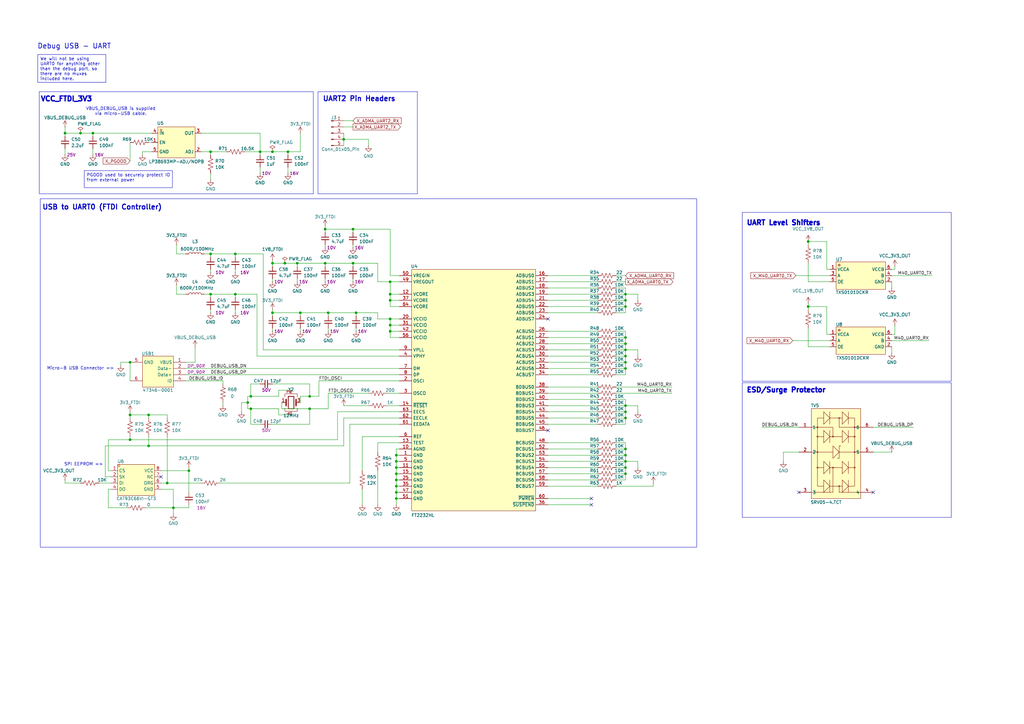
<source format=kicad_sch>
(kicad_sch (version 20250114) (generator "eeschema") (generator_version "9.0")
  (paper "A3")
  (rectangle (start 304.419 156.972) (end 390.144 212.217))
  (rectangle (start 16.51 81.534) (end 285.75 224.409))
  (rectangle (start 16.129 37.592) (end 128.524 79.502))
  (rectangle (start 130.429 37.592) (end 171.196 79.502))
  (rectangle (start 304.419 87.122) (end 390.144 156.337))
  (text "ESD/Surge Protector" (at 306.07 161.29 0) (effects (font (size 2.032 2.032) (thickness 0.6) (bold yes)) (justify left bottom)))
  (text "UART Level Shifters" (at 306.07 92.71 0) (effects (font (size 2.032 2.032) (thickness 0.6) (bold yes)) (justify left bottom)))
  (text "Micro-B USB Connector =>" (at 33.02 151.13 0) (effects (font (size 1.27 1.27))))
  (text "UART2 Pin Headers" (at 147.32 40.64 0) (effects (font (size 2.032 2.032) (thickness 0.4064) (bold yes))))
  (text "VCC_FTDI_3V3" (at 16.51 41.91 0) (effects (font (size 2.032 2.032) (thickness 0.6) (bold yes)) (justify left bottom)))
  (text "VBUS_DEBUG_USB is supplied\nvia micro-USB cable." (at 49.53 45.72 0) (effects (font (size 1.27 1.27))))
  (text "SPI EEPROM =>" (at 34.29 190.5 0) (effects (font (size 1.27 1.27))))
  (text "Debug USB - UART" (at 30.48 19.05 0) (effects (font (size 2.032 2.032) (thickness 0.254) (bold yes))))
  (text "USB to UART0 (FTDI Controller)" (at 41.91 85.09 0) (effects (font (size 2.032 2.032) (thickness 0.4064) (bold yes))))
  (text_box "PGOOD used to securely protect IO from external power" (at 34.544 69.977 0) (size 36.195 6.985) (margins 0.9525 0.9525 0.9525 0.9525) (effects (font (size 1.27 1.27)) (justify left top)))
  (text_box "We will not be using UART0 for anything other than the debug port, so there are no muxes included here." (at 15.494 22.352 0) (size 27.94 11.43) (margins 0.9525 0.9525 0.9525 0.9525) (effects (font (size 1.27 1.27)) (justify left top)))
  (junction (at 256.54 120.65))
  (junction (at 53.34 148.59))
  (junction (at 123.19 128.27))
  (junction (at 86.36 104.14))
  (junction (at 162.56 194.31))
  (junction (at 160.02 133.35))
  (junction (at 106.68 62.23))
  (junction (at 102.87 167.64))
  (junction (at 162.56 201.93))
  (junction (at 77.47 193.04))
  (junction (at 256.54 125.73))
  (junction (at 111.76 107.95))
  (junction (at 160.02 123.19))
  (junction (at 256.54 189.23))
  (junction (at 38.1 54.61))
  (junction (at 256.54 194.31))
  (junction (at 116.84 107.95))
  (junction (at 111.76 128.27))
  (junction (at 256.54 168.91))
  (junction (at 256.54 143.51))
  (junction (at 160.02 115.57))
  (junction (at 60.96 170.18))
  (junction (at 127 162.56))
  (junction (at 162.56 199.39))
  (junction (at 53.34 170.18))
  (junction (at 133.35 107.95))
  (junction (at 162.56 204.47))
  (junction (at 53.34 180.34))
  (junction (at 256.54 140.97))
  (junction (at 68.58 198.12))
  (junction (at 160.02 135.89))
  (junction (at 146.05 128.27))
  (junction (at 60.96 182.88))
  (junction (at 256.54 123.19))
  (junction (at 256.54 184.15))
  (junction (at 140.97 57.15))
  (junction (at 86.36 120.65))
  (junction (at 160.02 130.81))
  (junction (at 256.54 166.37))
  (junction (at 118.11 62.23))
  (junction (at 86.36 62.23))
  (junction (at 144.78 107.95))
  (junction (at 144.78 93.98))
  (junction (at 162.56 191.77))
  (junction (at 256.54 148.59))
  (junction (at 33.02 54.61))
  (junction (at 26.67 54.61))
  (junction (at 160.02 120.65))
  (junction (at 127 167.64))
  (junction (at 256.54 151.13))
  (junction (at 256.54 186.69))
  (junction (at 256.54 146.05))
  (junction (at 71.12 208.28))
  (junction (at 256.54 138.43))
  (junction (at 162.56 189.23))
  (junction (at 162.56 196.85))
  (junction (at 101.6 165.1))
  (junction (at 121.92 107.95))
  (junction (at 134.62 128.27))
  (junction (at 96.52 120.65))
  (junction (at 331.47 99.06))
  (junction (at 133.35 93.98))
  (junction (at 331.47 125.73))
  (junction (at 111.76 62.23))
  (junction (at 162.56 186.69))
  (junction (at 256.54 171.45))
  (junction (at 102.87 162.56))
  (junction (at 256.54 191.77))
  (junction (at 96.52 104.14))
  (no_connect (at 242.57 207.01))
  (no_connect (at 66.04 195.58))
  (no_connect (at 242.57 204.47))
  (no_connect (at 327.66 201.93))
  (no_connect (at 358.14 201.93))
  (no_connect (at 224.79 130.81))
  (no_connect (at 224.79 176.53))
  (wire (pts (xy 367.03 110.49) (xy 367.03 109.22)))
  (wire (pts (xy 160.02 125.73) (xy 160.02 123.19)))
  (wire (pts (xy 224.79 171.45) (xy 245.11 171.45)))
  (wire (pts (xy 331.47 115.57) (xy 331.47 107.95)))
  (wire (pts (xy 71.12 208.28) (xy 71.12 210.82)))
  (wire (pts (xy 162.56 194.31) (xy 163.83 194.31)))
  (wire (pts (xy 133.35 107.95) (xy 121.92 107.95)))
  (wire (pts (xy 224.79 146.05) (xy 245.11 146.05)))
  (wire (pts (xy 365.76 142.24) (xy 365.76 144.78)))
  (wire (pts (xy 76.2 148.59) (xy 80.01 148.59)))
  (wire (pts (xy 121.92 109.22) (xy 121.92 107.95)))
  (wire (pts (xy 76.2 153.67) (xy 163.83 153.67)))
  (wire (pts (xy 91.44 156.21) (xy 91.44 157.48)))
  (wire (pts (xy 158.75 161.29) (xy 163.83 161.29)))
  (wire (pts (xy 45.72 200.66) (xy 44.45 200.66)))
  (wire (pts (xy 66.04 200.66) (xy 71.12 200.66)))
  (wire (pts (xy 224.79 115.57) (xy 245.11 115.57)))
  (wire (pts (xy 252.73 181.61) (xy 256.54 181.61)))
  (wire (pts (xy 144.78 95.25) (xy 144.78 93.98)))
  (wire (pts (xy 163.83 115.57) (xy 160.02 115.57)))
  (wire (pts (xy 162.56 191.77) (xy 162.56 194.31)))
  (wire (pts (xy 154.94 181.61) (xy 154.94 185.42)))
  (wire (pts (xy 118.11 68.58) (xy 118.11 71.12)))
  (wire (pts (xy 60.96 171.45) (xy 60.96 170.18)))
  (wire (pts (xy 339.09 110.49) (xy 340.36 110.49)))
  (wire (pts (xy 130.81 162.56) (xy 127 162.56)))
  (wire (pts (xy 261.62 189.23) (xy 256.54 189.23)))
  (wire (pts (xy 154.94 181.61) (xy 163.83 181.61)))
  (wire (pts (xy 252.73 184.15) (xy 256.54 184.15)))
  (wire (pts (xy 86.36 71.12) (xy 86.36 73.66)))
  (wire (pts (xy 144.78 107.95) (xy 133.35 107.95)))
  (wire (pts (xy 107.95 143.51) (xy 107.95 104.14)))
  (wire (pts (xy 256.54 120.65) (xy 256.54 123.19)))
  (wire (pts (xy 144.78 93.98) (xy 133.35 93.98)))
  (wire (pts (xy 331.47 124.46) (xy 331.47 125.73)))
  (wire (pts (xy 114.3 160.02) (xy 114.3 162.56)))
  (wire (pts (xy 160.02 123.19) (xy 160.02 120.65)))
  (wire (pts (xy 312.42 175.26) (xy 327.66 175.26)))
  (wire (pts (xy 256.54 118.11) (xy 256.54 120.65)))
  (wire (pts (xy 365.76 137.16) (xy 367.03 137.16)))
  (wire (pts (xy 224.79 173.99) (xy 245.11 173.99)))
  (wire (pts (xy 53.34 148.59) (xy 49.53 148.59)))
  (wire (pts (xy 134.62 167.64) (xy 127 167.64)))
  (wire (pts (xy 101.6 165.1) (xy 99.06 165.1)))
  (wire (pts (xy 224.79 128.27) (xy 245.11 128.27)))
  (wire (pts (xy 154.94 130.81) (xy 154.94 128.27)))
  (wire (pts (xy 111.76 107.95) (xy 111.76 109.22)))
  (wire (pts (xy 106.68 62.23) (xy 111.76 62.23)))
  (wire (pts (xy 72.39 104.14) (xy 72.39 100.33)))
  (wire (pts (xy 224.79 140.97) (xy 245.11 140.97)))
  (wire (pts (xy 252.73 189.23) (xy 256.54 189.23)))
  (wire (pts (xy 134.62 134.62) (xy 134.62 135.89)))
  (wire (pts (xy 224.79 166.37) (xy 245.11 166.37)))
  (wire (pts (xy 224.79 194.31) (xy 245.11 194.31)))
  (wire (pts (xy 140.97 49.53) (xy 144.78 49.53)))
  (wire (pts (xy 158.75 166.37) (xy 163.83 166.37)))
  (wire (pts (xy 143.51 173.99) (xy 163.83 173.99)))
  (wire (pts (xy 224.79 158.75) (xy 245.11 158.75)))
  (wire (pts (xy 77.47 193.04) (xy 77.47 201.93)))
  (wire (pts (xy 261.62 166.37) (xy 256.54 166.37)))
  (wire (pts (xy 224.79 161.29) (xy 245.11 161.29)))
  (wire (pts (xy 111.76 129.54) (xy 111.76 128.27)))
  (wire (pts (xy 111.76 134.62) (xy 111.76 135.89)))
  (wire (pts (xy 162.56 204.47) (xy 163.83 204.47)))
  (wire (pts (xy 115.57 167.64) (xy 127 167.64)))
  (wire (pts (xy 116.84 107.95) (xy 111.76 107.95)))
  (wire (pts (xy 53.34 168.91) (xy 53.34 170.18)))
  (wire (pts (xy 102.87 173.99) (xy 102.87 167.64)))
  (wire (pts (xy 119.38 170.18) (xy 114.3 170.18)))
  (wire (pts (xy 115.57 165.1) (xy 115.57 167.64)))
  (wire (pts (xy 162.56 204.47) (xy 162.56 207.01)))
  (wire (pts (xy 160.02 123.19) (xy 163.83 123.19)))
  (wire (pts (xy 43.18 195.58) (xy 43.18 182.88)))
  (wire (pts (xy 90.17 198.12) (xy 143.51 198.12)))
  (wire (pts (xy 162.56 194.31) (xy 162.56 196.85)))
  (wire (pts (xy 102.87 162.56) (xy 101.6 162.56)))
  (wire (pts (xy 133.35 93.98) (xy 133.35 95.25)))
  (wire (pts (xy 134.62 129.54) (xy 134.62 128.27)))
  (wire (pts (xy 256.54 181.61) (xy 256.54 184.15)))
  (wire (pts (xy 40.64 198.12) (xy 45.72 198.12)))
  (wire (pts (xy 331.47 115.57) (xy 340.36 115.57)))
  (wire (pts (xy 106.68 62.23) (xy 106.68 63.5)))
  (wire (pts (xy 224.79 118.11) (xy 245.11 118.11)))
  (wire (pts (xy 252.73 168.91) (xy 256.54 168.91)))
  (wire (pts (xy 261.62 143.51) (xy 256.54 143.51)))
  (wire (pts (xy 76.2 120.65) (xy 72.39 120.65)))
  (wire (pts (xy 224.79 207.01) (xy 242.57 207.01)))
  (wire (pts (xy 138.43 180.34) (xy 138.43 168.91)))
  (wire (pts (xy 365.76 115.57) (xy 365.76 118.11)))
  (wire (pts (xy 91.44 165.1) (xy 91.44 166.37)))
  (wire (pts (xy 339.09 99.06) (xy 331.47 99.06)))
  (wire (pts (xy 162.56 196.85) (xy 162.56 199.39)))
  (wire (pts (xy 252.73 115.57) (xy 256.54 115.57)))
  (wire (pts (xy 252.73 166.37) (xy 256.54 166.37)))
  (wire (pts (xy 107.95 104.14) (xy 96.52 104.14)))
  (wire (pts (xy 256.54 191.77) (xy 256.54 194.31)))
  (wire (pts (xy 358.14 175.26) (xy 374.65 175.26)))
  (wire (pts (xy 160.02 138.43) (xy 160.02 135.89)))
  (wire (pts (xy 162.56 201.93) (xy 162.56 204.47)))
  (wire (pts (xy 146.05 134.62) (xy 146.05 135.89)))
  (wire (pts (xy 224.79 168.91) (xy 245.11 168.91)))
  (wire (pts (xy 252.73 118.11) (xy 256.54 118.11)))
  (wire (pts (xy 154.94 115.57) (xy 154.94 107.95)))
  (wire (pts (xy 256.54 123.19) (xy 256.54 125.73)))
  (wire (pts (xy 252.73 148.59) (xy 256.54 148.59)))
  (wire (pts (xy 154.94 107.95) (xy 144.78 107.95)))
  (wire (pts (xy 256.54 168.91) (xy 256.54 171.45)))
  (wire (pts (xy 140.97 52.07) (xy 144.78 52.07)))
  (wire (pts (xy 140.97 57.15) (xy 140.97 59.69)))
  (wire (pts (xy 101.6 162.56) (xy 101.6 165.1)))
  (wire (pts (xy 127 157.48) (xy 127 162.56)))
  (wire (pts (xy 327.66 185.42) (xy 321.31 185.42)))
  (wire (pts (xy 60.96 182.88) (xy 140.97 182.88)))
  (wire (pts (xy 224.79 196.85) (xy 245.11 196.85)))
  (wire (pts (xy 162.56 189.23) (xy 163.83 189.23)))
  (wire (pts (xy 53.34 148.59) (xy 53.34 156.21)))
  (wire (pts (xy 154.94 130.81) (xy 160.02 130.81)))
  (wire (pts (xy 140.97 54.61) (xy 140.97 57.15)))
  (wire (pts (xy 224.79 184.15) (xy 245.11 184.15)))
  (wire (pts (xy 163.83 156.21) (xy 130.81 156.21)))
  (wire (pts (xy 339.09 125.73) (xy 331.47 125.73)))
  (wire (pts (xy 44.45 180.34) (xy 53.34 180.34)))
  (wire (pts (xy 60.96 170.18) (xy 53.34 170.18)))
  (wire (pts (xy 256.54 140.97) (xy 256.54 143.51)))
  (wire (pts (xy 148.59 200.66) (xy 148.59 207.01)))
  (wire (pts (xy 86.36 104.14) (xy 96.52 104.14)))
  (wire (pts (xy 86.36 120.65) (xy 96.52 120.65)))
  (wire (pts (xy 162.56 196.85) (xy 163.83 196.85)))
  (wire (pts (xy 83.82 120.65) (xy 86.36 120.65)))
  (wire (pts (xy 252.73 173.99) (xy 256.54 173.99)))
  (wire (pts (xy 26.67 60.96) (xy 26.67 63.5)))
  (wire (pts (xy 162.56 191.77) (xy 163.83 191.77)))
  (wire (pts (xy 224.79 143.51) (xy 245.11 143.51)))
  (wire (pts (xy 86.36 120.65) (xy 86.36 121.92)))
  (wire (pts (xy 96.52 121.92) (xy 96.52 120.65)))
  (wire (pts (xy 77.47 207.01) (xy 77.47 208.28)))
  (wire (pts (xy 66.04 193.04) (xy 77.47 193.04)))
  (wire (pts (xy 160.02 93.98) (xy 144.78 93.98)))
  (wire (pts (xy 162.56 186.69) (xy 163.83 186.69)))
  (wire (pts (xy 68.58 198.12) (xy 82.55 198.12)))
  (wire (pts (xy 252.73 120.65) (xy 256.54 120.65)))
  (wire (pts (xy 60.96 179.07) (xy 60.96 182.88)))
  (wire (pts (xy 111.76 173.99) (xy 127 173.99)))
  (wire (pts (xy 256.54 135.89) (xy 256.54 138.43)))
  (wire (pts (xy 151.13 57.15) (xy 151.13 59.69)))
  (wire (pts (xy 252.73 113.03) (xy 256.54 113.03)))
  (wire (pts (xy 105.41 146.05) (xy 105.41 120.65)))
  (wire (pts (xy 163.83 133.35) (xy 160.02 133.35)))
  (wire (pts (xy 123.19 128.27) (xy 134.62 128.27)))
  (wire (pts (xy 86.36 62.23) (xy 92.71 62.23)))
  (wire (pts (xy 224.79 113.03) (xy 245.11 113.03)))
  (wire (pts (xy 326.39 113.03) (xy 340.36 113.03)))
  (wire (pts (xy 339.09 99.06) (xy 339.09 110.49)))
  (wire (pts (xy 38.1 54.61) (xy 38.1 55.88)))
  (wire (pts (xy 99.06 165.1) (xy 99.06 168.91)))
  (wire (pts (xy 261.62 123.19) (xy 261.62 120.65)))
  (wire (pts (xy 119.38 160.02) (xy 114.3 160.02)))
  (wire (pts (xy 127 173.99) (xy 127 167.64)))
  (wire (pts (xy 144.78 114.3) (xy 144.78 115.57)))
  (wire (pts (xy 96.52 110.49) (xy 96.52 111.76)))
  (wire (pts (xy 367.03 137.16) (xy 367.03 133.35)))
  (wire (pts (xy 256.54 138.43) (xy 256.54 140.97)))
  (wire (pts (xy 45.72 193.04) (xy 44.45 193.04)))
  (wire (pts (xy 102.87 157.48) (xy 102.87 162.56)))
  (wire (pts (xy 163.83 143.51) (xy 107.95 143.51)))
  (wire (pts (xy 49.53 148.59) (xy 49.53 149.86)))
  (wire (pts (xy 86.36 104.14) (xy 86.36 105.41)))
  (wire (pts (xy 162.56 184.15) (xy 162.56 186.69)))
  (wire (pts (xy 26.67 52.07) (xy 26.67 54.61)))
  (wire (pts (xy 162.56 199.39) (xy 162.56 201.93)))
  (wire (pts (xy 162.56 201.93) (xy 163.83 201.93)))
  (wire (pts (xy 59.69 208.28) (xy 71.12 208.28)))
  (wire (pts (xy 38.1 60.96) (xy 38.1 63.5)))
  (wire (pts (xy 256.54 184.15) (xy 256.54 186.69)))
  (wire (pts (xy 140.97 182.88) (xy 140.97 171.45)))
  (wire (pts (xy 160.02 115.57) (xy 154.94 115.57)))
  (wire (pts (xy 154.94 193.04) (xy 154.94 207.01)))
  (wire (pts (xy 102.87 167.64) (xy 101.6 167.64)))
  (wire (pts (xy 224.79 123.19) (xy 245.11 123.19)))
  (wire (pts (xy 26.67 54.61) (xy 26.67 55.88)))
  (wire (pts (xy 252.73 163.83) (xy 256.54 163.83)))
  (wire (pts (xy 224.79 199.39) (xy 245.11 199.39)))
  (wire (pts (xy 252.73 196.85) (xy 256.54 196.85)))
  (wire (pts (xy 256.54 148.59) (xy 256.54 151.13)))
  (wire (pts (xy 163.83 125.73) (xy 160.02 125.73)))
  (wire (pts (xy 160.02 120.65) (xy 160.02 115.57)))
  (wire (pts (xy 224.79 135.89) (xy 245.11 135.89)))
  (wire (pts (xy 256.54 163.83) (xy 256.54 166.37)))
  (wire (pts (xy 365.76 139.7) (xy 381 139.7)))
  (wire (pts (xy 252.73 123.19) (xy 256.54 123.19)))
  (wire (pts (xy 261.62 146.05) (xy 261.62 143.51)))
  (wire (pts (xy 111.76 127) (xy 111.76 128.27)))
  (wire (pts (xy 252.73 128.27) (xy 256.54 128.27)))
  (wire (pts (xy 118.11 62.23) (xy 123.19 62.23)))
  (wire (pts (xy 224.79 138.43) (xy 245.11 138.43)))
  (wire (pts (xy 133.35 92.71) (xy 133.35 93.98)))
  (wire (pts (xy 331.47 125.73) (xy 331.47 127)))
  (wire (pts (xy 365.76 110.49) (xy 367.03 110.49)))
  (wire (pts (xy 134.62 161.29) (xy 134.62 167.64)))
  (wire (pts (xy 71.12 200.66) (xy 71.12 208.28)))
  (wire (pts (xy 53.34 170.18) (xy 53.34 171.45)))
  (wire (pts (xy 68.58 179.07) (xy 68.58 198.12)))
  (wire (pts (xy 261.62 168.91) (xy 261.62 166.37)))
  (wire (pts (xy 130.81 156.21) (xy 130.81 162.56)))
  (wire (pts (xy 123.19 134.62) (xy 123.19 135.89)))
  (wire (pts (xy 38.1 54.61) (xy 62.23 54.61)))
  (wire (pts (xy 144.78 100.33) (xy 144.78 101.6)))
  (wire (pts (xy 86.36 127) (xy 86.36 128.27)))
  (wire (pts (xy 252.73 158.75) (xy 275.59 158.75)))
  (wire (pts (xy 106.68 54.61) (xy 106.68 62.23)))
  (wire (pts (xy 140.97 166.37) (xy 151.13 166.37)))
  (wire (pts (xy 261.62 191.77) (xy 261.62 189.23)))
  (wire (pts (xy 114.3 162.56) (xy 102.87 162.56)))
  (wire (pts (xy 252.73 138.43) (xy 256.54 138.43)))
  (wire (pts (xy 146.05 129.54) (xy 146.05 128.27)))
  (wire (pts (xy 123.19 62.23) (xy 123.19 54.61)))
  (wire (pts (xy 82.55 62.23) (xy 86.36 62.23)))
  (wire (pts (xy 44.45 208.28) (xy 52.07 208.28)))
  (wire (pts (xy 83.82 104.14) (xy 86.36 104.14)))
  (wire (pts (xy 325.12 139.7) (xy 340.36 139.7)))
  (wire (pts (xy 154.94 128.27) (xy 146.05 128.27)))
  (wire (pts (xy 224.79 186.69) (xy 245.11 186.69)))
  (wire (pts (xy 256.54 189.23) (xy 256.54 191.77)))
  (wire (pts (xy 331.47 142.24) (xy 331.47 134.62)))
  (wire (pts (xy 105.41 120.65) (xy 96.52 120.65)))
  (wire (pts (xy 121.92 114.3) (xy 121.92 115.57)))
  (wire (pts (xy 72.39 104.14) (xy 76.2 104.14)))
  (wire (pts (xy 26.67 198.12) (xy 26.67 196.85)))
  (wire (pts (xy 160.02 113.03) (xy 160.02 93.98)))
  (wire (pts (xy 252.73 191.77) (xy 256.54 191.77)))
  (wire (pts (xy 224.79 191.77) (xy 245.11 191.77)))
  (wire (pts (xy 82.55 54.61) (xy 106.68 54.61)))
  (wire (pts (xy 162.56 186.69) (xy 162.56 189.23)))
  (wire (pts (xy 224.79 163.83) (xy 245.11 163.83)))
  (wire (pts (xy 77.47 193.04) (xy 77.47 191.77)))
  (wire (pts (xy 267.97 198.12) (xy 267.97 199.39)))
  (wire (pts (xy 252.73 153.67) (xy 256.54 153.67)))
  (wire (pts (xy 118.11 62.23) (xy 118.11 63.5)))
  (wire (pts (xy 252.73 143.51) (xy 256.54 143.51)))
  (wire (pts (xy 53.34 58.42) (xy 53.34 66.04)))
  (wire (pts (xy 160.02 120.65) (xy 163.83 120.65)))
  (wire (pts (xy 252.73 161.29) (xy 275.59 161.29)))
  (wire (pts (xy 163.83 146.05) (xy 105.41 146.05)))
  (wire (pts (xy 96.52 127) (xy 96.52 128.27)))
  (wire (pts (xy 224.79 151.13) (xy 245.11 151.13)))
  (wire (pts (xy 134.62 128.27) (xy 146.05 128.27)))
  (wire (pts (xy 252.73 151.13) (xy 256.54 151.13)))
  (wire (pts (xy 111.76 106.68) (xy 111.76 107.95)))
  (wire (pts (xy 114.3 170.18) (xy 114.3 167.64)))
  (wire (pts (xy 256.54 171.45) (xy 256.54 173.99)))
  (wire (pts (xy 106.68 173.99) (xy 102.87 173.99)))
  (wire (pts (xy 106.68 68.58) (xy 106.68 71.12)))
  (wire (pts (xy 133.35 109.22) (xy 133.35 107.95)))
  (wire (pts (xy 163.83 138.43) (xy 160.02 138.43)))
  (wire (pts (xy 144.78 109.22) (xy 144.78 107.95)))
  (wire (pts (xy 224.79 189.23) (xy 245.11 189.23)))
  (wire (pts (xy 58.42 62.23) (xy 58.42 63.5)))
  (wire (pts (xy 224.79 181.61) (xy 245.11 181.61)))
  (wire (pts (xy 62.23 62.23) (xy 58.42 62.23)))
  (wire (pts (xy 148.59 179.07) (xy 148.59 193.04)))
  (wire (pts (xy 252.73 135.89) (xy 256.54 135.89)))
  (wire (pts (xy 111.76 157.48) (xy 127 157.48)))
  (wire (pts (xy 45.72 195.58) (xy 43.18 195.58)))
  (wire (pts (xy 86.36 110.49) (xy 86.36 111.76)))
  (wire (pts (xy 224.79 204.47) (xy 242.57 204.47)))
  (wire (pts (xy 256.54 125.73) (xy 256.54 128.27)))
  (wire (pts (xy 331.47 142.24) (xy 340.36 142.24)))
  (wire (pts (xy 138.43 168.91) (xy 163.83 168.91)))
  (wire (pts (xy 33.02 54.61) (xy 26.67 54.61)))
  (wire (pts (xy 339.09 137.16) (xy 339.09 125.73)))
  (wire (pts (xy 256.54 166.37) (xy 256.54 168.91)))
  (wire (pts (xy 252.73 171.45) (xy 256.54 171.45)))
  (wire (pts (xy 134.62 161.29) (xy 151.13 161.29)))
  (wire (pts (xy 331.47 99.06) (xy 331.47 100.33)))
  (wire (pts (xy 252.73 186.69) (xy 256.54 186.69)))
  (wire (pts (xy 163.83 135.89) (xy 160.02 135.89)))
  (wire (pts (xy 256.54 186.69) (xy 256.54 189.23)))
  (wire (pts (xy 224.79 148.59) (xy 245.11 148.59)))
  (wire (pts (xy 224.79 153.67) (xy 245.11 153.67)))
  (wire (pts (xy 43.18 182.88) (xy 60.96 182.88)))
  (wire (pts (xy 160.02 133.35) (xy 160.02 130.81)))
  (wire (pts (xy 358.14 185.42) (xy 365.76 185.42)))
  (wire (pts (xy 321.31 185.42) (xy 321.31 189.23)))
  (wire (pts (xy 256.54 151.13) (xy 256.54 153.67)))
  (wire (pts (xy 261.62 120.65) (xy 256.54 120.65)))
  (wire (pts (xy 33.02 198.12) (xy 26.67 198.12)))
  (wire (pts (xy 140.97 57.15) (xy 151.13 57.15)))
  (wire (pts (xy 148.59 179.07) (xy 163.83 179.07)))
  (wire (pts (xy 123.19 162.56) (xy 127 162.56)))
  (wire (pts (xy 106.68 157.48) (xy 102.87 157.48)))
  (wire (pts (xy 252.73 125.73) (xy 256.54 125.73)))
  (wire (pts (xy 60.96 58.42) (xy 62.23 58.42)))
  (wire (pts (xy 53.34 179.07) (xy 53.34 180.34)))
  (wire (pts (xy 53.34 180.34) (xy 138.43 180.34)))
  (wire (pts (xy 256.54 143.51) (xy 256.54 146.05)))
  (wire (pts (xy 44.45 200.66) (xy 44.45 208.28)))
  (wire (pts (xy 162.56 189.23) (xy 162.56 191.77)))
  (wire (pts (xy 160.02 135.89) (xy 160.02 133.35)))
  (wire (pts (xy 44.45 193.04) (xy 44.45 180.34)))
  (wire (pts (xy 224.79 120.65) (xy 245.11 120.65)))
  (wire (pts (xy 114.3 167.64) (xy 102.87 167.64)))
  (wire (pts (xy 252.73 146.05) (xy 256.54 146.05)))
  (wire (pts (xy 224.79 125.73) (xy 245.11 125.73)))
  (wire (pts (xy 162.56 184.15) (xy 163.83 184.15)))
  (wire (pts (xy 133.35 100.33) (xy 133.35 101.6)))
  (wire (pts (xy 133.35 114.3) (xy 133.35 115.57)))
  (wire (pts (xy 365.76 113.03) (xy 382.27 113.03)))
  (wire (pts (xy 101.6 167.64) (xy 101.6 165.1)))
  (wire (pts (xy 76.2 156.21) (xy 91.44 156.21)))
  (wire (pts (xy 162.56 199.39) (xy 163.83 199.39)))
  (wire (pts (xy 100.33 62.23) (xy 106.68 62.23)))
  (wire (pts (xy 77.47 208.28) (xy 71.12 208.28)))
  (wire (pts (xy 123.19 129.54) (xy 123.19 128.27)))
  (wire (pts (xy 252.73 194.31) (xy 256.54 194.31)))
  (wire (pts (xy 252.73 140.97) (xy 256.54 140.97)))
  (wire (pts (xy 80.01 142.24) (xy 80.01 148.59)))
  (wire (pts (xy 143.51 198.12) (xy 143.51 173.99)))
  (wire (pts (xy 140.97 171.45) (xy 163.83 171.45)))
  (wire (pts (xy 96.52 105.41) (xy 96.52 104.14)))
  (wire (pts (xy 66.04 198.12) (xy 68.58 198.12)))
  (wire (pts (xy 121.92 107.95) (xy 116.84 107.95)))
  (wire (pts (xy 256.54 194.31) (xy 256.54 196.85)))
  (wire (pts (xy 252.73 199.39) (xy 267.97 199.39)))
  (wire (pts (xy 111.76 114.3) (xy 111.76 115.57)))
  (wire (pts (xy 111.76 128.27) (xy 123.19 128.27)))
  (wire (pts (xy 68.58 171.45) (xy 68.58 170.18)))
  (wire (pts (xy 68.58 170.18) (xy 60.96 170.18)))
  (wire (pts (xy 38.1 54.61) (xy 33.02 54.61)))
  (wire (pts (xy 256.54 146.05) (xy 256.54 148.59)))
  (wire (pts (xy 163.83 113.03) (xy 160.02 113.03)))
  (wire (pts (xy 76.2 151.13) (xy 163.83 151.13)))
  (wire (pts (xy 111.76 62.23) (xy 118.11 62.23)))
  (wire (pts (xy 72.39 120.65) (xy 72.39 116.84)))
  (wire (pts (xy 123.19 165.1) (xy 123.19 162.56)))
  (wire (pts (xy 163.83 130.81) (xy 160.02 130.81)))
  (wire (pts (xy 339.09 137.16) (xy 340.36 137.16)))
  (wire (pts (xy 86.36 62.23) (xy 86.36 63.5)))
  (label "DEBUG_USB_DN" (at 312.42 175.26 0))
  (label "DEBUG_USB_DN" (at 86.36 151.13 0) (property "Netclass" "DP_90R" (at 76.708 150.114 0) (effects (font (italic yes)) (justify left))))
  (label "M40_UART0_TX" (at 382.27 113.03 180))
  (label "DEBUG_USB_ID" (at 77.47 156.21 0))
  (label "FTDI_OSCO" (at 134.62 161.29 0))
  (label "DEBUG_USB_DP" (at 374.65 175.26 180))
  (label "M40_UART0_TX" (at 275.59 161.29 180))
  (label "M40_UART0_RX" (at 381 139.7 180))
  (label "FTDI_OSCI" (at 130.81 156.21 0))
  (label "M40_UART0_RX" (at 275.59 158.75 180))
  (label "DEBUG_USB_DP" (at 86.36 153.67 0) (property "Netclass" "DP_90R" (at 76.708 152.654 0) (effects (font (italic yes)) (justify left))))
  (global_label "X_ADMA_UART2_RX" (shape input) (at 144.78 49.53 0) (property "Intersheetrefs" "${INTERSHEET_REFS}" (effects (hide yes))))
  (global_label "X_ADMA_UART2_TX" (shape output) (at 144.78 52.07 0) (property "Intersheetrefs" "${INTERSHEET_REFS}" (effects (hide yes))))
  (global_label "X_M40_UART0_TX" (shape input) (at 326.39 113.03 180) (property "Intersheetrefs" "${INTERSHEET_REFS}" (effects (hide yes))))
  (global_label "X_ADMA_UART0_RX" (shape input) (at 256.54 113.03 0) (property "Intersheetrefs" "${INTERSHEET_REFS}" (effects (hide yes))))
  (global_label "X_PGOOD" (shape input) (at 53.34 66.04 180) (property "Intersheetrefs" "${INTERSHEET_REFS}" (effects (hide yes))))
  (global_label "X_M40_UART0_RX" (shape input) (at 325.12 139.7 180) (property "Intersheetrefs" "${INTERSHEET_REFS}" (effects (hide yes))))
  (global_label "X_ADMA_UART0_TX" (shape output) (at 256.54 115.57 0) (property "Intersheetrefs" "${INTERSHEET_REFS}" (effects (hide yes))))
  (symbol (lib_id "Device:R_US") (at 248.92 128.27 270) (unit 1)
    (property "Reference" "R40" (at 243.84 127 90))
    (property "Value" "10K" (at 254 127 90))
    (property "Footprint" "Resistor_SMD:R_0402_1005Metric" (effects (hide yes)))
    (property "Description" "Resistor, US symbol" (effects (hide yes)))
  )
  (symbol (lib_id "power:GND") (at 26.67 63.5 0) (unit 1)
    (property "Reference" "#PWR79" (effects (hide yes)))
    (property "Value" "GND" (at 26.67 67.31 0))
    (property "Description" "Power symbol creates a global label with name \"GND\" , ground" (effects (hide yes)))
  )
  (symbol (lib_id "Device:R_US") (at 96.52 62.23 270) (unit 1)
    (property "Reference" "R71" (at 91.44 60.96 90))
    (property "Value" "16.5K" (at 101.6 60.96 90))
    (property "Footprint" "Resistor_SMD:R_0402_1005Metric" (effects (hide yes)))
    (property "Description" "Resistor, US symbol" (effects (hide yes)))
  )
  (symbol (lib_id "power:GND") (at 86.36 128.27 0) (unit 1)
    (property "Reference" "#PWR70" (effects (hide yes)))
    (property "Value" "GND" (at 86.36 132.08 0))
    (property "Description" "Power symbol creates a global label with name \"GND\" , ground" (effects (hide yes)))
  )
  (symbol (lib_id "imx8_carrier_board_symbol_library:3V3_FTDI") (at 53.34 168.91 0) (unit 1)
    (property "Reference" "#PWR090" (effects (hide yes)))
    (property "Value" "3V3_FTDI" (at 53.34 165.1 0))
    (property "Description" "Power symbol creates a global label with name \"VCC\"" (effects (hide yes)))
  )
  (symbol (lib_id "power:PWR_FLAG") (at 33.02 54.61 0) (unit 1)
    (property "Reference" "#FLG010" (effects (hide yes)))
    (property "Value" "PWR_FLAG" (at 31.75 50.8 0) (effects (justify left)))
    (property "Description" "Special symbol for telling ERC where power comes from" (effects (hide yes)))
  )
  (symbol (lib_id "imx8_carrier_board_symbol_library:3V3_FTDI") (at 123.19 54.61 0) (unit 1)
    (property "Reference" "#PWR083" (effects (hide yes)))
    (property "Value" "3V3_FTDI" (at 123.19 50.8 0))
    (property "Description" "Power symbol creates a global label with name \"VCC\"" (effects (hide yes)))
  )
  (symbol (lib_id "power:GND") (at 134.62 135.89 0) (unit 1)
    (property "Reference" "#PWR62" (effects (hide yes)))
    (property "Value" "GND" (at 134.62 139.7 0))
    (property "Description" "Power symbol creates a global label with name \"GND\" , ground" (effects (hide yes)))
  )
  (symbol (lib_id "power:PWR_FLAG") (at 116.84 107.95 0) (unit 1)
    (property "Reference" "#FLG011" (effects (hide yes)))
    (property "Value" "PWR_FLAG" (at 123.19 106.172 0))
    (property "Description" "Special symbol for telling ERC where power comes from" (effects (hide yes)))
  )
  (symbol (lib_id "power:GND") (at 111.76 135.89 0) (unit 1)
    (property "Reference" "#PWR64" (effects (hide yes)))
    (property "Value" "GND" (at 111.76 139.7 0))
    (property "Description" "Power symbol creates a global label with name \"GND\" , ground" (effects (hide yes)))
  )
  (symbol (lib_id "Device:R_US") (at 248.92 166.37 270) (unit 1)
    (property "Reference" "R44" (at 243.84 165.1 90))
    (property "Value" "10K" (at 254 165.1 90))
    (property "Footprint" "Resistor_SMD:R_0402_1005Metric" (effects (hide yes)))
    (property "Description" "Resistor, US symbol" (effects (hide yes)))
  )
  (symbol (lib_id "power:GND") (at 118.11 71.12 0) (unit 1)
    (property "Reference" "#PWR85" (effects (hide yes)))
    (property "Value" "GND" (at 118.11 74.93 0))
    (property "Description" "Power symbol creates a global label with name \"GND\" , ground" (effects (hide yes)))
  )
  (symbol (lib_id "Device:C_Small") (at 134.62 132.08 0) (unit 1)
    (property "Reference" "C40" (at 137.16 130.8163 0) (effects (justify left)))
    (property "Value" "100nF" (at 137.16 133.3563 0) (effects (justify left)))
    (property "Footprint" "Capacitor_SMD:C_0603_1608Metric" (effects (hide yes)))
    (property "Description" "Unpolarized capacitor, small symbol" (effects (hide yes)))
    (property "Voltage" "16V" (at 137.16 135.89 0))
  )
  (symbol (lib_id "Device:R_US") (at 248.92 153.67 270) (unit 1)
    (property "Reference" "R55" (at 243.84 152.4 90))
    (property "Value" "10K" (at 254 152.4 90))
    (property "Footprint" "Resistor_SMD:R_0402_1005Metric" (effects (hide yes)))
    (property "Description" "Resistor, US symbol" (effects (hide yes)))
  )
  (symbol (lib_id "Device:R_US") (at 248.92 194.31 270) (unit 1)
    (property "Reference" "R61" (at 243.84 193.04 90))
    (property "Value" "10K" (at 254 193.04 90))
    (property "Footprint" "Resistor_SMD:R_0402_1005Metric" (effects (hide yes)))
    (property "Description" "Resistor, US symbol" (effects (hide yes)))
  )
  (symbol (lib_id "power:GND") (at 58.42 63.5 0) (unit 1)
    (property "Reference" "#PWR081" (effects (hide yes)))
    (property "Value" "GND" (at 58.42 67.31 0))
    (property "Description" "Power symbol creates a global label with name \"GND\" , ground" (effects (hide yes)))
  )
  (symbol (lib_id "Device:C_Small") (at 111.76 111.76 0) (unit 1)
    (property "Reference" "C38" (at 114.3 110.4963 0) (effects (justify left)))
    (property "Value" "4.7uF" (at 114.3 113.0363 0) (effects (justify left)))
    (property "Footprint" "Capacitor_SMD:C_0603_1608Metric" (effects (hide yes)))
    (property "Description" "Unpolarized capacitor, small symbol" (effects (hide yes)))
    (property "Voltage" "10V" (at 114.3 115.57 0))
  )
  (symbol (lib_id "imx8_carrier_board_symbol_library:VBUS_DEBUG_USB") (at 26.67 52.07 0) (unit 1)
    (property "Reference" "#PWR082" (effects (hide yes)))
    (property "Value" "VBUS_DEBUG_USB" (at 26.67 48.26 0))
    (property "Description" "Power symbol creates a global label with name \"VCC\"" (effects (hide yes)))
  )
  (symbol (lib_id "power:GND") (at 261.62 191.77 0) (unit 1)
    (property "Reference" "#PWR48" (effects (hide yes)))
    (property "Value" "GND" (at 261.62 195.58 0))
    (property "Description" "Power symbol creates a global label with name \"GND\" , ground" (effects (hide yes)))
  )
  (symbol (lib_id "power:GND") (at 123.19 135.89 0) (unit 1)
    (property "Reference" "#PWR63" (effects (hide yes)))
    (property "Value" "GND" (at 123.19 139.7 0))
    (property "Description" "Power symbol creates a global label with name \"GND\" , ground" (effects (hide yes)))
  )
  (symbol (lib_id "Device:R_US") (at 248.92 161.29 270) (unit 1)
    (property "Reference" "R42" (at 243.84 160.02 90))
    (property "Value" "22" (at 254 160.02 90))
    (property "Footprint" "Resistor_SMD:R_0402_1005Metric" (effects (hide yes)))
    (property "Description" "Resistor, US symbol" (effects (hide yes)))
  )
  (symbol (lib_id "Device:R_US") (at 248.92 196.85 270) (unit 1)
    (property "Reference" "R62" (at 243.84 195.58 90))
    (property "Value" "10K" (at 254 195.58 90))
    (property "Footprint" "Resistor_SMD:R_0402_1005Metric" (effects (hide yes)))
    (property "Description" "Resistor, US symbol" (effects (hide yes)))
  )
  (symbol (lib_id "imx8_carrier_board_symbol_library:FT2232HL") (at 194.31 160.02 0) (unit 1)
    (property "Reference" "U4" (at 169.926 109.22 0))
    (property "Value" "FT2232HL" (at 173.482 211.328 0))
    (property "Footprint" "imx8_carrier_board_footprints:LQFP-64_L10.0-W10.0-P0.50-LS12.0-TL" (effects (hide yes)))
    (property "Datasheet" "https://lcsc.com/product-detail/USB_FTDI_FT2232HL_FT2232HL_C27882.html" (effects (hide yes)))
    (property "LCSC Part" "C27882" (effects (hide yes)))
  )
  (symbol (lib_id "imx8_carrier_board_symbol_library:CAT93C66VI-GT3") (at 55.88 198.12 0) (unit 1)
    (property "Reference" "U6" (at 49.53 189.23 0))
    (property "Value" "CAT93C66VI-GT3" (at 55.88 204.47 0))
    (property "Footprint" "imx8_carrier_board_footprints:SOIC-8_L4.9-W3.9-P1.27-LS6.0-BL" (effects (hide yes)))
    (property "Datasheet" "https://jlcpcb.com/parts/componentSearch?searchTxt=C890471" (effects (hide yes)))
    (property "LCSC Part" "C890471" (effects (hide yes)))
  )
  (symbol (lib_id "Device:R_US") (at 248.92 168.91 270) (unit 1)
    (property "Reference" "R45" (at 243.84 167.64 90))
    (property "Value" "10K" (at 254 167.64 90))
    (property "Footprint" "Resistor_SMD:R_0402_1005Metric" (effects (hide yes)))
    (property "Description" "Resistor, US symbol" (effects (hide yes)))
  )
  (symbol (lib_id "power:GND") (at 49.53 149.86 0) (unit 1)
    (property "Reference" "#PWR75" (effects (hide yes)))
    (property "Value" "GND" (at 49.53 153.67 0))
    (property "Description" "Power symbol creates a global label with name \"GND\" , ground" (effects (hide yes)))
  )
  (symbol (lib_id "Device:R_US") (at 55.88 208.28 270) (unit 1)
    (property "Reference" "R73" (at 50.8 207.01 90))
    (property "Value" "0" (at 60.96 207.01 90))
    (property "Footprint" "Resistor_SMD:R_0402_1005Metric" (effects (hide yes)))
    (property "Description" "Resistor, US symbol" (effects (hide yes)))
  )
  (symbol (lib_id "imx8_carrier_board_symbol_library:1V8_FTDI") (at 111.76 106.68 0) (unit 1)
    (property "Reference" "#PWR0123" (effects (hide yes)))
    (property "Value" "1V8_FTDI" (at 111.76 102.235 0))
    (property "Description" "Power symbol creates a global label with name \"VCC\"" (effects (hide yes)))
  )
  (symbol (lib_id "imx8_carrier_board_symbol_library:TXS0101DCKR") (at 353.06 113.03 0) (unit 1)
    (property "Reference" "U7" (at 344.17 106.426 0))
    (property "Value" "TXS0101DCKR" (at 349.504 119.888 0))
    (property "Footprint" "imx8_carrier_board_footprints:SC-70-6_L2.0-W1.3-P0.65-LS2.1-BR" (effects (hide yes)))
    (property "Datasheet" "https://lcsc.com/product-detail/Logic-ICs_TI_TXS0101DCKR_TXS0101DCKR_C132031.html" (effects (hide yes)))
    (property "Description" "1-Bit Bidirectional Level-Shifting, Voltage-Level Translator With Auto-Direction-Sensing for Open-Drain and Push-Pull Applications" (effects (hide yes)))
    (property "LCSC Part" "C132031" (effects (hide yes)))
  )
  (symbol (lib_id "power:PWR_FLAG") (at 111.76 62.23 0) (unit 1)
    (property "Reference" "#FLG09" (effects (hide yes)))
    (property "Value" "PWR_FLAG" (at 110.49 58.42 0) (effects (justify left)))
    (property "Description" "Special symbol for telling ERC where power comes from" (effects (hide yes)))
  )
  (symbol (lib_id "power:GND") (at 133.35 101.6 0) (unit 1)
    (property "Reference" "#PWR53" (effects (hide yes)))
    (property "Value" "GND" (at 133.35 105.41 0))
    (property "Description" "Power symbol creates a global label with name \"GND\" , ground" (effects (hide yes)))
  )
  (symbol (lib_id "power:GND") (at 96.52 111.76 0) (unit 1)
    (property "Reference" "#PWR66" (effects (hide yes)))
    (property "Value" "GND" (at 96.52 115.57 0))
    (property "Description" "Power symbol creates a global label with name \"GND\" , ground" (effects (hide yes)))
  )
  (symbol (lib_id "Device:R_US") (at 57.15 58.42 270) (unit 1)
    (property "Reference" "R69" (at 52.07 57.15 90))
    (property "Value" "10K" (at 60.96 57.15 90))
    (property "Footprint" "Resistor_SMD:R_0402_1005Metric" (effects (hide yes)))
    (property "Description" "Resistor, US symbol" (effects (hide yes)))
  )
  (symbol (lib_id "Device:R_US") (at 248.92 171.45 270) (unit 1)
    (property "Reference" "R46" (at 243.84 170.18 90))
    (property "Value" "10K" (at 254 170.18 90))
    (property "Footprint" "Resistor_SMD:R_0402_1005Metric" (effects (hide yes)))
    (property "Description" "Resistor, US symbol" (effects (hide yes)))
  )
  (symbol (lib_id "power:GND") (at 144.78 115.57 0) (unit 1)
    (property "Reference" "#PWR59" (effects (hide yes)))
    (property "Value" "GND" (at 144.78 119.38 0))
    (property "Description" "Power symbol creates a global label with name \"GND\" , ground" (effects (hide yes)))
  )
  (symbol (lib_id "Device:R_US") (at 60.96 175.26 0) (unit 1)
    (property "Reference" "R76" (at 64.77 173.99 0))
    (property "Value" "10K" (at 64.77 176.53 0))
    (property "Footprint" "Resistor_SMD:R_0402_1005Metric" (effects (hide yes)))
    (property "Description" "Resistor, US symbol" (effects (hide yes)))
  )
  (symbol (lib_id "Device:C_Small") (at 121.92 111.76 0) (unit 1)
    (property "Reference" "C37" (at 124.46 110.4963 0) (effects (justify left)))
    (property "Value" "100nF" (at 124.46 113.0363 0) (effects (justify left)))
    (property "Footprint" "Capacitor_SMD:C_0603_1608Metric" (effects (hide yes)))
    (property "Description" "Unpolarized capacitor, small symbol" (effects (hide yes)))
    (property "Voltage" "16V" (at 124.46 115.57 0))
  )
  (symbol (lib_id "power:GND") (at 151.13 59.69 0) (unit 1)
    (property "Reference" "#PWR98" (effects (hide yes)))
    (property "Value" "GND" (at 151.13 64.008 0))
    (property "Description" "Power symbol creates a global label with name \"GND\" , ground" (effects (hide yes)))
  )
  (symbol (lib_id "Device:R_US") (at 248.92 135.89 270) (unit 1)
    (property "Reference" "R48" (at 243.84 134.62 90))
    (property "Value" "10K" (at 254 134.62 90))
    (property "Footprint" "Resistor_SMD:R_0402_1005Metric" (effects (hide yes)))
    (property "Description" "Resistor, US symbol" (effects (hide yes)))
  )
  (symbol (lib_id "Device:C_Small") (at 109.22 157.48 90) (unit 1)
    (property "Reference" "C47" (at 107.95 156.21 90) (effects (justify left)))
    (property "Value" "12pF" (at 115.57 156.21 90) (effects (justify left)))
    (property "Footprint" "Capacitor_SMD:C_0603_1608Metric" (effects (hide yes)))
    (property "Description" "Unpolarized capacitor, small symbol" (effects (hide yes)))
    (property "Voltage" "50V" (at 109.22 160.02 90))
  )
  (symbol (lib_id "Device:R_US") (at 248.92 115.57 270) (unit 1)
    (property "Reference" "R35" (at 243.84 114.3 90))
    (property "Value" "22" (at 254 114.3 90))
    (property "Footprint" "Resistor_SMD:R_0402_1005Metric" (effects (hide yes)))
    (property "Description" "Resistor, US symbol" (effects (hide yes)))
  )
  (symbol (lib_id "Device:R_US") (at 248.92 140.97 270) (unit 1)
    (property "Reference" "R50" (at 243.84 139.7 90))
    (property "Value" "10K" (at 254 139.7 90))
    (property "Footprint" "Resistor_SMD:R_0402_1005Metric" (effects (hide yes)))
    (property "Description" "Resistor, US symbol" (effects (hide yes)))
  )
  (symbol (lib_id "Device:R_US") (at 248.92 186.69 270) (unit 1)
    (property "Reference" "R58" (at 243.84 185.42 90))
    (property "Value" "10K" (at 254 185.42 90))
    (property "Footprint" "Resistor_SMD:R_0402_1005Metric" (effects (hide yes)))
    (property "Description" "Resistor, US symbol" (effects (hide yes)))
  )
  (symbol (lib_id "Device:R_US") (at 248.92 118.11 270) (unit 1)
    (property "Reference" "R36" (at 243.84 116.84 90))
    (property "Value" "10K" (at 254 116.84 90))
    (property "Footprint" "Resistor_SMD:R_0402_1005Metric" (effects (hide yes)))
    (property "Description" "Resistor, US symbol" (effects (hide yes)))
  )
  (symbol (lib_id "Device:R_US") (at 248.92 173.99 270) (unit 1)
    (property "Reference" "R47" (at 243.84 172.72 90))
    (property "Value" "10K" (at 254 172.72 90))
    (property "Footprint" "Resistor_SMD:R_0402_1005Metric" (effects (hide yes)))
    (property "Description" "Resistor, US symbol" (effects (hide yes)))
  )
  (symbol (lib_id "Device:R_US") (at 154.94 189.23 0) (unit 1)
    (property "Reference" "R64" (at 158.75 187.96 0))
    (property "Value" "10K" (at 158.75 190.5 0))
    (property "Footprint" "Resistor_SMD:R_0402_1005Metric" (effects (hide yes)))
    (property "Description" "Resistor, US symbol" (effects (hide yes)))
  )
  (symbol (lib_id "imx8_carrier_board_symbol_library:VCC_1V8_OUT") (at 331.47 124.46 0) (unit 1)
    (property "Reference" "#PWR0132" (effects (hide yes)))
    (property "Value" "VCC_1V8_OUT" (at 331.47 119.253 0))
    (property "Description" "Power symbol creates a global label with name \"VCC\"" (effects (hide yes)))
  )
  (symbol (lib_id "Device:Crystal_GND24") (at 119.38 165.1 0) (unit 1)
    (property "Reference" "Y2" (at 119.38 159.766 0))
    (property "Value" "12MHz" (at 119.38 170.434 0))
    (property "Footprint" "imx8_carrier_board_footprints:CRYSTAL-SMD_4P-L3.2-W2.5-BL" (effects (hide yes)))
    (property "Description" "Four pin crystal, GND on pins 2 and 4" (effects (hide yes)))
    (property "LCSC Part" "C9002" (effects (hide yes)))
  )
  (symbol (lib_id "Device:C_Small") (at 118.11 66.04 0) (unit 1)
    (property "Reference" "C52" (at 120.65 64.7763 0) (effects (justify left)))
    (property "Value" "100nF" (at 120.65 67.3163 0) (effects (justify left)))
    (property "Footprint" "Capacitor_SMD:C_0603_1608Metric" (effects (hide yes)))
    (property "Description" "Unpolarized capacitor, small symbol" (effects (hide yes)))
    (property "Voltage" "16V" (at 120.65 71.12 0))
  )
  (symbol (lib_id "power:GND") (at 121.92 115.57 0) (unit 1)
    (property "Reference" "#PWR57" (effects (hide yes)))
    (property "Value" "GND" (at 121.92 119.38 0))
    (property "Description" "Power symbol creates a global label with name \"GND\" , ground" (effects (hide yes)))
  )
  (symbol (lib_id "Device:R_US") (at 248.92 123.19 270) (unit 1)
    (property "Reference" "R38" (at 243.84 121.92 90))
    (property "Value" "10K" (at 254 121.92 90))
    (property "Footprint" "Resistor_SMD:R_0402_1005Metric" (effects (hide yes)))
    (property "Description" "Resistor, US symbol" (effects (hide yes)))
  )
  (symbol (lib_id "imx8_carrier_board_symbol_library:47346-0001") (at 64.77 152.4 0) (mirror y) (unit 1)
    (property "Reference" "USB1" (at 60.706 145.034 0))
    (property "Value" "47346-0001" (at 64.77 160.02 0))
    (property "Footprint" "imx8_carrier_board_footprints:MICRO-USB-SMD_47346-0001" (effects (hide yes)))
    (property "Datasheet" "https://lcsc.com/product-detail/USB-Connectors_MOLEX_47346-0001_47346-0001_C132560.html" (effects (hide yes)))
    (property "LCSC Part" "C132560" (effects (hide yes)))
  )
  (symbol (lib_id "imx8_carrier_board_symbol_library:3V3_FTDI") (at 72.39 100.33 0) (unit 1)
    (property "Reference" "#PWR068" (effects (hide yes)))
    (property "Value" "3V3_FTDI" (at 72.39 96.52 0))
    (property "Description" "Power symbol creates a global label with name \"VCC\"" (effects (hide yes)))
  )
  (symbol (lib_id "imx8_carrier_board_symbol_library:3V3_FTDI") (at 267.97 198.12 0) (unit 1)
    (property "Reference" "#PWR049" (effects (hide yes)))
    (property "Value" "3V3_FTDI" (at 269.24 194.31 0))
    (property "Description" "Power symbol creates a global label with name \"VCC\"" (effects (hide yes)))
  )
  (symbol (lib_id "imx8_carrier_board_symbol_library:3V3_FTDI") (at 140.97 166.37 0) (unit 1)
    (property "Reference" "#PWR072" (effects (hide yes)))
    (property "Value" "3V3_FTDI" (at 140.97 162.56 0))
    (property "Description" "Power symbol creates a global label with name \"VCC\"" (effects (hide yes)))
  )
  (symbol (lib_id "Device:C_Small") (at 133.35 111.76 0) (unit 1)
    (property "Reference" "C36" (at 135.89 110.4963 0) (effects (justify left)))
    (property "Value" "100nF" (at 135.89 113.0363 0) (effects (justify left)))
    (property "Footprint" "Capacitor_SMD:C_0603_1608Metric" (effects (hide yes)))
    (property "Description" "Unpolarized capacitor, small symbol" (effects (hide yes)))
    (property "Voltage" "16V" (at 135.89 115.57 0))
  )
  (symbol (lib_id "power:GND") (at 154.94 207.01 0) (unit 1)
    (property "Reference" "#PWR51" (effects (hide yes)))
    (property "Value" "GND" (at 154.94 210.82 0))
    (property "Description" "Power symbol creates a global label with name \"GND\" , ground" (effects (hide yes)))
  )
  (symbol (lib_id "imx8_carrier_board_symbol_library:VBUS_DEBUG_USB") (at 80.01 142.24 0) (unit 1)
    (property "Reference" "#PWR076" (effects (hide yes)))
    (property "Value" "VBUS_DEBUG_USB" (at 80.01 138.43 0))
    (property "Description" "Power symbol creates a global label with name \"VCC\"" (effects (hide yes)))
  )
  (symbol (lib_id "Device:C_Small") (at 146.05 132.08 0) (unit 1)
    (property "Reference" "C39" (at 148.59 130.8163 0) (effects (justify left)))
    (property "Value" "100nF" (at 148.59 133.3563 0) (effects (justify left)))
    (property "Footprint" "Capacitor_SMD:C_0603_1608Metric" (effects (hide yes)))
    (property "Description" "Unpolarized capacitor, small symbol" (effects (hide yes)))
    (property "Voltage" "16V" (at 148.59 135.89 0))
  )
  (symbol (lib_id "imx8_carrier_board_symbol_library:VBUS_DEBUG_USB") (at 365.76 185.42 0) (unit 1)
    (property "Reference" "#PWR077" (effects (hide yes)))
    (property "Value" "VBUS_DEBUG_USB" (at 365.76 181.864 0))
    (property "Description" "Power symbol creates a global label with name \"VCC\"" (effects (hide yes)))
  )
  (symbol (lib_id "Device:R_US") (at 248.92 143.51 270) (unit 1)
    (property "Reference" "R51" (at 243.84 142.24 90))
    (property "Value" "10K" (at 254 142.24 90))
    (property "Footprint" "Resistor_SMD:R_0402_1005Metric" (effects (hide yes)))
    (property "Description" "Resistor, US symbol" (effects (hide yes)))
  )
  (symbol (lib_id "Device:R_US") (at 248.92 199.39 270) (unit 1)
    (property "Reference" "R63" (at 243.84 198.12 90))
    (property "Value" "1K" (at 254 198.12 90))
    (property "Footprint" "Resistor_SMD:R_0402_1005Metric" (effects (hide yes)))
    (property "Description" "Resistor, US symbol" (effects (hide yes)))
  )
  (symbol (lib_id "power:GND") (at 261.62 123.19 0) (unit 1)
    (property "Reference" "#PWR45" (effects (hide yes)))
    (property "Value" "GND" (at 261.62 127 0))
    (property "Description" "Power symbol creates a global label with name \"GND\" , ground" (effects (hide yes)))
  )
  (symbol (lib_id "Device:R_US") (at 248.92 138.43 270) (unit 1)
    (property "Reference" "R49" (at 243.84 137.16 90))
    (property "Value" "10K" (at 254 137.16 90))
    (property "Footprint" "Resistor_SMD:R_0402_1005Metric" (effects (hide yes)))
    (property "Description" "Resistor, US symbol" (effects (hide yes)))
  )
  (symbol (lib_id "imx8_carrier_board_symbol_library:TXS0101DCKR") (at 353.06 139.7 0) (unit 1)
    (property "Reference" "U8" (at 344.17 133.096 0))
    (property "Value" "TXS0101DCKR" (at 349.758 146.812 0))
    (property "Footprint" "imx8_carrier_board_footprints:SC-70-6_L2.0-W1.3-P0.65-LS2.1-BR" (effects (hide yes)))
    (property "Datasheet" "https://lcsc.com/product-detail/Logic-ICs_TI_TXS0101DCKR_TXS0101DCKR_C132031.html" (effects (hide yes)))
    (property "Description" "1-Bit Bidirectional Level-Shifting, Voltage-Level Translator With Auto-Direction-Sensing for Open-Drain and Push-Pull Applications" (effects (hide yes)))
    (property "LCSC Part" "C132031" (effects (hide yes)))
  )
  (symbol (lib_id "Device:R_US") (at 248.92 191.77 270) (unit 1)
    (property "Reference" "R60" (at 243.84 190.5 90))
    (property "Value" "10K" (at 254 190.5 90))
    (property "Footprint" "Resistor_SMD:R_0402_1005Metric" (effects (hide yes)))
    (property "Description" "Resistor, US symbol" (effects (hide yes)))
  )
  (symbol (lib_id "power:GND") (at 321.31 189.23 0) (unit 1)
    (property "Reference" "#PWR78" (effects (hide yes)))
    (property "Value" "GND" (at 321.31 193.04 0))
    (property "Description" "Power symbol creates a global label with name \"GND\" , ground" (effects (hide yes)))
  )
  (symbol (lib_id "power:GND") (at 365.76 144.78 0) (unit 1)
    (property "Reference" "#PWR95" (effects (hide yes)))
    (property "Value" "GND" (at 365.76 148.59 0))
    (property "Description" "Power symbol creates a global label with name \"GND\" , ground" (effects (hide yes)))
  )
  (symbol (lib_id "imx8_carrier_board_symbol_library:VCC_3V3_OUT") (at 367.03 133.35 0) (unit 1)
    (property "Reference" "#PWR060" (effects (hide yes)))
    (property "Value" "VCC_3V3_OUT" (at 367.03 129.032 0))
    (property "Description" "Power symbol creates a global label with name \"VCC\"" (effects (hide yes)))
  )
  (symbol (lib_id "Device:C_Small") (at 96.52 107.95 0) (unit 1)
    (property "Reference" "C43" (at 99.06 106.6863 0) (effects (justify left)))
    (property "Value" "100nF" (at 99.06 109.2263 0) (effects (justify left)))
    (property "Footprint" "Capacitor_SMD:C_0603_1608Metric" (effects (hide yes)))
    (property "Description" "Unpolarized capacitor, small symbol" (effects (hide yes)))
    (property "Voltage" "16V" (at 100.33 111.76 0))
  )
  (symbol (lib_id "imx8_carrier_board_symbol_library:3V3_FTDI") (at 77.47 191.77 0) (unit 1)
    (property "Reference" "#PWR087" (effects (hide yes)))
    (property "Value" "3V3_FTDI" (at 77.47 187.96 0))
    (property "Description" "Power symbol creates a global label with name \"VCC\"" (effects (hide yes)))
  )
  (symbol (lib_id "power:GND") (at 111.76 115.57 0) (unit 1)
    (property "Reference" "#PWR56" (effects (hide yes)))
    (property "Value" "GND" (at 111.76 119.38 0))
    (property "Description" "Power symbol creates a global label with name \"GND\" , ground" (effects (hide yes)))
  )
  (symbol (lib_id "Device:R_US") (at 248.92 125.73 270) (unit 1)
    (property "Reference" "R39" (at 243.84 124.46 90))
    (property "Value" "10K" (at 254 124.46 90))
    (property "Footprint" "Resistor_SMD:R_0402_1005Metric" (effects (hide yes)))
    (property "Description" "Resistor, US symbol" (effects (hide yes)))
  )
  (symbol (lib_id "power:GND") (at 162.56 207.01 0) (unit 1)
    (property "Reference" "#PWR50" (effects (hide yes)))
    (property "Value" "GND" (at 162.56 210.82 0))
    (property "Description" "Power symbol creates a global label with name \"GND\" , ground" (effects (hide yes)))
  )
  (symbol (lib_id "Device:C_Small") (at 86.36 107.95 0) (unit 1)
    (property "Reference" "C44" (at 88.9 106.6863 0) (effects (justify left)))
    (property "Value" "4.7uF" (at 88.9 109.22 0) (effects (justify left)))
    (property "Footprint" "Capacitor_SMD:C_0603_1608Metric" (effects (hide yes)))
    (property "Description" "Unpolarized capacitor, small symbol" (effects (hide yes)))
    (property "Voltage" "10V" (at 90.17 111.76 0))
  )
  (symbol (lib_id "Device:C_Small") (at 96.52 124.46 0) (unit 1)
    (property "Reference" "C46" (at 99.06 123.1963 0) (effects (justify left)))
    (property "Value" "100nF" (at 99.06 125.7363 0) (effects (justify left)))
    (property "Footprint" "Capacitor_SMD:C_0603_1608Metric" (effects (hide yes)))
    (property "Description" "Unpolarized capacitor, small symbol" (effects (hide yes)))
    (property "Voltage" "16V" (at 100.33 128.27 0))
  )
  (symbol (lib_id "Device:C_Small") (at 133.35 97.79 0) (unit 1)
    (property "Reference" "C33" (at 135.89 96.5263 0) (effects (justify left)))
    (property "Value" "4.7uF" (at 135.89 99.0663 0) (effects (justify left)))
    (property "Footprint" "Capacitor_SMD:C_0603_1608Metric" (effects (hide yes)))
    (property "Description" "Unpolarized capacitor, small symbol" (effects (hide yes)))
    (property "Voltage" "10V" (at 135.89 101.6 0))
  )
  (symbol (lib_id "power:GND") (at 146.05 135.89 0) (unit 1)
    (property "Reference" "#PWR61" (effects (hide yes)))
    (property "Value" "GND" (at 146.05 139.7 0))
    (property "Description" "Power symbol creates a global label with name \"GND\" , ground" (effects (hide yes)))
  )
  (symbol (lib_id "imx8_carrier_board_symbol_library:3V3_FTDI") (at 72.39 116.84 0) (unit 1)
    (property "Reference" "#PWR069" (effects (hide yes)))
    (property "Value" "3V3_FTDI" (at 72.39 113.03 0))
    (property "Description" "Power symbol creates a global label with name \"VCC\"" (effects (hide yes)))
  )
  (symbol (lib_id "Device:R_US") (at 68.58 175.26 0) (unit 1)
    (property "Reference" "R77" (at 72.39 173.99 0))
    (property "Value" "10K" (at 72.39 176.53 0))
    (property "Footprint" "Resistor_SMD:R_0402_1005Metric" (effects (hide yes)))
    (property "Description" "Resistor, US symbol" (effects (hide yes)))
  )
  (symbol (lib_id "Device:R_US") (at 148.59 196.85 0) (unit 1)
    (property "Reference" "R65" (at 152.4 195.58 0))
    (property "Value" "12K" (at 152.4 198.12 0))
    (property "Footprint" "Resistor_SMD:R_0402_1005Metric" (effects (hide yes)))
    (property "Description" "Resistor, US symbol" (effects (hide yes)))
  )
  (symbol (lib_id "imx8_carrier_board_symbol_library:SRV05-4.TCT") (at 342.9 186.69 0) (unit 1)
    (property "Reference" "TV5" (at 334.264 166.37 0))
    (property "Value" "SRV05-4.TCT" (at 338.836 205.994 0))
    (property "Footprint" "imx8_carrier_board_footprints:SOT-23-6_L2.9-W1.6-P0.95-LS2.8-BR" (effects (hide yes)))
    (property "Datasheet" "https://lcsc.com/product-detail/TVS_SEMTECH_SRV05-4-TCT_SRV05-4-TCT_C13612.html" (effects (hide yes)))
    (property "LCSC Part" "C13612" (effects (hide yes)))
  )
  (symbol (lib_id "Device:R_US") (at 248.92 146.05 270) (unit 1)
    (property "Reference" "R52" (at 243.84 144.78 90))
    (property "Value" "10K" (at 254 144.78 90))
    (property "Footprint" "Resistor_SMD:R_0402_1005Metric" (effects (hide yes)))
    (property "Description" "Resistor, US symbol" (effects (hide yes)))
  )
  (symbol (lib_id "power:GND") (at 148.59 207.01 0) (unit 1)
    (property "Reference" "#PWR52" (effects (hide yes)))
    (property "Value" "GND" (at 148.59 210.82 0))
    (property "Description" "Power symbol creates a global label with name \"GND\" , ground" (effects (hide yes)))
  )
  (symbol (lib_id "Device:R_US") (at 248.92 189.23 270) (unit 1)
    (property "Reference" "R59" (at 243.84 187.96 90))
    (property "Value" "10K" (at 254 187.96 90))
    (property "Footprint" "Resistor_SMD:R_0402_1005Metric" (effects (hide yes)))
    (property "Description" "Resistor, US symbol" (effects (hide yes)))
  )
  (symbol (lib_id "Device:R_US") (at 331.47 130.81 0) (unit 1)
    (property "Reference" "R79" (at 335.28 129.54 0))
    (property "Value" "10K" (at 335.28 132.08 0))
    (property "Footprint" "Resistor_SMD:R_0402_1005Metric" (effects (hide yes)))
    (property "Description" "Resistor, US symbol" (effects (hide yes)))
  )
  (symbol (lib_id "power:GND") (at 133.35 115.57 0) (unit 1)
    (property "Reference" "#PWR58" (effects (hide yes)))
    (property "Value" "GND" (at 133.35 119.38 0))
    (property "Description" "Power symbol creates a global label with name \"GND\" , ground" (effects (hide yes)))
  )
  (symbol (lib_id "Device:R_US") (at 154.94 166.37 270) (unit 1)
    (property "Reference" "R67" (at 149.86 165.1 90))
    (property "Value" "1K" (at 160.02 165.1 90))
    (property "Footprint" "Resistor_SMD:R_0402_1005Metric" (effects (hide yes)))
    (property "Description" "Resistor, US symbol" (effects (hide yes)))
  )
  (symbol (lib_id "Device:C_Small") (at 38.1 58.42 0) (unit 1)
    (property "Reference" "C49" (at 40.64 57.1563 0) (effects (justify left)))
    (property "Value" "100nF" (at 40.64 59.6963 0) (effects (justify left)))
    (property "Footprint" "Capacitor_SMD:C_0603_1608Metric" (effects (hide yes)))
    (property "Description" "Unpolarized capacitor, small symbol" (effects (hide yes)))
    (property "Voltage" "16V" (at 40.64 63.5 0))
  )
  (symbol (lib_id "Device:C_Small") (at 144.78 97.79 0) (unit 1)
    (property "Reference" "C34" (at 147.32 96.5263 0) (effects (justify left)))
    (property "Value" "100nF" (at 147.32 99.0663 0) (effects (justify left)))
    (property "Footprint" "Capacitor_SMD:C_0603_1608Metric" (effects (hide yes)))
    (property "Description" "Unpolarized capacitor, small symbol" (effects (hide yes)))
    (property "Voltage" "16V" (at 147.32 101.6 0))
  )
  (symbol (lib_id "Device:R_US") (at 86.36 67.31 0) (unit 1)
    (property "Reference" "R70" (at 90.17 66.04 0))
    (property "Value" "10K" (at 90.17 68.58 0))
    (property "Footprint" "Resistor_SMD:R_0402_1005Metric" (effects (hide yes)))
    (property "Description" "Resistor, US symbol" (effects (hide yes)))
  )
  (symbol (lib_id "Device:R_US") (at 36.83 198.12 270) (unit 1)
    (property "Reference" "R72" (at 31.75 196.85 90))
    (property "Value" "10K" (at 41.91 196.85 90))
    (property "Footprint" "Resistor_SMD:R_0402_1005Metric" (effects (hide yes)))
    (property "Description" "Resistor, US symbol" (effects (hide yes)))
  )
  (symbol (lib_id "Device:C_Small") (at 26.67 58.42 0) (unit 1)
    (property "Reference" "C50" (at 29.21 57.1563 0) (effects (justify left)))
    (property "Value" "2.2uF" (at 29.21 59.6963 0) (effects (justify left)))
    (property "Footprint" "Capacitor_SMD:C_0603_1608Metric" (effects (hide yes)))
    (property "Description" "Unpolarized capacitor, small symbol" (effects (hide yes)))
    (property "Voltage" "25V" (at 29.21 63.5 0))
  )
  (symbol (lib_id "power:GND") (at 261.62 146.05 0) (unit 1)
    (property "Reference" "#PWR47" (effects (hide yes)))
    (property "Value" "GND" (at 261.62 149.86 0))
    (property "Description" "Power symbol creates a global label with name \"GND\" , ground" (effects (hide yes)))
  )
  (symbol (lib_id "power:GND") (at 144.78 101.6 0) (unit 1)
    (property "Reference" "#PWR54" (effects (hide yes)))
    (property "Value" "GND" (at 144.78 105.41 0))
    (property "Description" "Power symbol creates a global label with name \"GND\" , ground" (effects (hide yes)))
  )
  (symbol (lib_id "Device:R_US") (at 248.92 158.75 270) (unit 1)
    (property "Reference" "R41" (at 243.84 157.48 90))
    (property "Value" "22" (at 254 157.48 90))
    (property "Footprint" "Resistor_SMD:R_0402_1005Metric" (effects (hide yes)))
    (property "Description" "Resistor, US symbol" (effects (hide yes)))
  )
  (symbol (lib_id "Device:C_Small") (at 144.78 111.76 0) (unit 1)
    (property "Reference" "C35" (at 147.32 110.4963 0) (effects (justify left)))
    (property "Value" "100nF" (at 147.32 113.0363 0) (effects (justify left)))
    (property "Footprint" "Capacitor_SMD:C_0603_1608Metric" (effects (hide yes)))
    (property "Description" "Unpolarized capacitor, small symbol" (effects (hide yes)))
    (property "Voltage" "16V" (at 147.32 115.57 0))
  )
  (symbol (lib_id "imx8_carrier_board_symbol_library:VCC_3V3_OUT") (at 367.03 109.22 0) (unit 1)
    (property "Reference" "#PWR0127" (effects (hide yes)))
    (property "Value" "VCC_3V3_OUT" (at 367.03 104.902 0))
    (property "Description" "Power symbol creates a global label with name \"VCC\"" (effects (hide yes)))
  )
  (symbol (lib_id "power:GND") (at 365.76 118.11 0) (unit 1)
    (property "Reference" "#PWR92" (effects (hide yes)))
    (property "Value" "GND" (at 365.76 121.92 0))
    (property "Description" "Power symbol creates a global label with name \"GND\" , ground" (effects (hide yes)))
  )
  (symbol (lib_id "power:GND") (at 86.36 73.66 0) (unit 1)
    (property "Reference" "#PWR86" (effects (hide yes)))
    (property "Value" "GND" (at 86.36 77.47 0))
    (property "Description" "Power symbol creates a global label with name \"GND\" , ground" (effects (hide yes)))
  )
  (symbol (lib_id "Device:R_US") (at 248.92 163.83 270) (unit 1)
    (property "Reference" "R43" (at 243.84 162.56 90))
    (property "Value" "10K" (at 254 162.56 90))
    (property "Footprint" "Resistor_SMD:R_0402_1005Metric" (effects (hide yes)))
    (property "Description" "Resistor, US symbol" (effects (hide yes)))
  )
  (symbol (lib_id "Device:C_Small") (at 77.47 204.47 0) (unit 1)
    (property "Reference" "C53" (at 80.01 203.2063 0) (effects (justify left)))
    (property "Value" "100nF" (at 80.01 205.7463 0) (effects (justify left)))
    (property "Footprint" "Capacitor_SMD:C_0603_1608Metric" (effects (hide yes)))
    (property "Description" "Unpolarized capacitor, small symbol" (effects (hide yes)))
    (property "Voltage" "16V" (at 82.55 208.28 0))
  )
  (symbol (lib_id "imx8_carrier_board_symbol_library:3V3_FTDI") (at 111.76 127 0) (unit 1)
    (property "Reference" "#PWR065" (effects (hide yes)))
    (property "Value" "3V3_FTDI" (at 111.76 123.19 0))
    (property "Description" "Power symbol creates a global label with name \"VCC\"" (effects (hide yes)))
  )
  (symbol (lib_id "Device:C_Small") (at 109.22 173.99 90) (unit 1)
    (property "Reference" "C48" (at 107.696 172.72 90) (effects (justify left)))
    (property "Value" "12pF" (at 115.57 172.72 90) (effects (justify left)))
    (property "Footprint" "Capacitor_SMD:C_0603_1608Metric" (effects (hide yes)))
    (property "Description" "Unpolarized capacitor, small symbol" (effects (hide yes)))
    (property "Voltage" "50V" (at 109.22 176.53 90))
  )
  (symbol (lib_id "imx8_carrier_board_symbol_library:VCC_3V3_OUT") (at 26.67 196.85 0) (unit 1)
    (property "Reference" "#PWR0131" (effects (hide yes)))
    (property "Value" "VCC_3V3_OUT" (at 24.13 193.04 0))
    (property "Description" "Power symbol creates a global label with name \"VCC\"" (effects (hide yes)))
  )
  (symbol (lib_id "Device:R_US") (at 331.47 104.14 0) (unit 1)
    (property "Reference" "R78" (at 335.28 102.87 0))
    (property "Value" "10K" (at 335.28 105.41 0))
    (property "Footprint" "Resistor_SMD:R_0402_1005Metric" (effects (hide yes)))
    (property "Description" "Resistor, US symbol" (effects (hide yes)))
  )
  (symbol (lib_id "Device:C_Small") (at 123.19 132.08 0) (unit 1)
    (property "Reference" "C41" (at 125.73 130.8163 0) (effects (justify left)))
    (property "Value" "100nF" (at 125.73 133.3563 0) (effects (justify left)))
    (property "Footprint" "Capacitor_SMD:C_0603_1608Metric" (effects (hide yes)))
    (property "Description" "Unpolarized capacitor, small symbol" (effects (hide yes)))
    (property "Voltage" "16V" (at 125.73 135.89 0))
  )
  (symbol (lib_id "power:GND") (at 38.1 63.5 0) (unit 1)
    (property "Reference" "#PWR80" (effects (hide yes)))
    (property "Value" "GND" (at 38.1 67.31 0))
    (property "Description" "Power symbol creates a global label with name \"GND\" , ground" (effects (hide yes)))
  )
  (symbol (lib_id "power:GND") (at 71.12 210.82 0) (unit 1)
    (property "Reference" "#PWR89" (effects (hide yes)))
    (property "Value" "GND" (at 71.12 214.63 0))
    (property "Description" "Power symbol creates a global label with name \"GND\" , ground" (effects (hide yes)))
  )
  (symbol (lib_id "Device:R_US") (at 248.92 184.15 270) (unit 1)
    (property "Reference" "R57" (at 243.84 182.88 90))
    (property "Value" "10K" (at 254 182.88 90))
    (property "Footprint" "Resistor_SMD:R_0402_1005Metric" (effects (hide yes)))
    (property "Description" "Resistor, US symbol" (effects (hide yes)))
  )
  (symbol (lib_id "Device:C_Small") (at 111.76 132.08 0) (unit 1)
    (property "Reference" "C42" (at 114.3 130.8163 0) (effects (justify left)))
    (property "Value" "100nF" (at 114.3 133.3563 0) (effects (justify left)))
    (property "Footprint" "Capacitor_SMD:C_0603_1608Metric" (effects (hide yes)))
    (property "Description" "Unpolarized capacitor, small symbol" (effects (hide yes)))
    (property "Voltage" "16V" (at 114.3 135.89 0))
  )
  (symbol (lib_id "imx8_carrier_board_symbol_library:LP38693MP-ADJ_NOPB") (at 72.39 58.42 0) (unit 1)
    (property "Reference" "U5" (at 65.786 50.546 0))
    (property "Value" "LP38693MP-ADJ/NOPB" (at 72.39 66.294 0))
    (property "Footprint" "imx8_carrier_board_footprints:SOT-223-5_L6.5-W3.5-P1.50-LS7.0-BL" (effects (hide yes)))
    (property "Datasheet" "https://lcsc.com/product-detail/Linear-Voltage-Regulators_TI_LP38693MP-ADJ-NOPB_LP38693MP-ADJ-NOPB_C181420.html" (effects (hide yes)))
    (property "LCSC Part" "C181420" (effects (hide yes)))
  )
  (symbol (lib_id "power:GND") (at 261.62 168.91 0) (unit 1)
    (property "Reference" "#PWR46" (effects (hide yes)))
    (property "Value" "GND" (at 261.62 172.72 0))
    (property "Description" "Power symbol creates a global label with name \"GND\" , ground" (effects (hide yes)))
  )
  (symbol (lib_id "Device:L") (at 80.01 104.14 90) (unit 1)
    (property "Reference" "L3" (at 80.01 99.06 90))
    (property "Value" "600R/100MHz" (at 80.899 102.108 90))
    (property "Footprint" "imx8_carrier_board_footprints:L0805" (effects (hide yes)))
    (property "Description" "Inductor" (effects (hide yes)))
  )
  (symbol (lib_id "Device:R_US") (at 154.94 161.29 270) (unit 1)
    (property "Reference" "R66" (at 149.86 160.02 90))
    (property "Value" "200" (at 160.02 160.02 90))
    (property "Footprint" "Resistor_SMD:R_0402_1005Metric" (effects (hide yes)))
    (property "Description" "Resistor, US symbol" (effects (hide yes)))
  )
  (symbol (lib_id "Device:C_Small") (at 86.36 124.46 0) (unit 1)
    (property "Reference" "C45" (at 88.9 123.1963 0) (effects (justify left)))
    (property "Value" "4.7uF" (at 88.9 125.73 0) (effects (justify left)))
    (property "Footprint" "Capacitor_SMD:C_0603_1608Metric" (effects (hide yes)))
    (property "Description" "Unpolarized capacitor, small symbol" (effects (hide yes)))
    (property "Voltage" "10V" (at 90.17 128.27 0))
  )
  (symbol (lib_id "power:GND") (at 99.06 168.91 0) (unit 1)
    (property "Reference" "#PWR73" (effects (hide yes)))
    (property "Value" "GND" (at 99.06 172.72 0))
    (property "Description" "Power symbol creates a global label with name \"GND\" , ground" (effects (hide yes)))
  )
  (symbol (lib_id "Device:R_US") (at 248.92 151.13 270) (unit 1)
    (property "Reference" "R54" (at 243.84 149.86 90))
    (property "Value" "10K" (at 254 149.86 90))
    (property "Footprint" "Resistor_SMD:R_0402_1005Metric" (effects (hide yes)))
    (property "Description" "Resistor, US symbol" (effects (hide yes)))
  )
  (symbol (lib_id "Device:R_US") (at 91.44 161.29 0) (unit 1)
    (property "Reference" "R68" (at 95.25 159.766 0))
    (property "Value" "0" (at 95.25 162.56 0))
    (property "Footprint" "Resistor_SMD:R_0402_1005Metric" (effects (hide yes)))
    (property "Description" "Resistor, US symbol" (effects (hide yes)))
  )
  (symbol (lib_id "Device:R_US") (at 248.92 120.65 270) (unit 1)
    (property "Reference" "R37" (at 243.84 119.38 90))
    (property "Value" "10K" (at 254 119.38 90))
    (property "Footprint" "Resistor_SMD:R_0402_1005Metric" (effects (hide yes)))
    (property "Description" "Resistor, US symbol" (effects (hide yes)))
  )
  (symbol (lib_id "power:GND") (at 86.36 111.76 0) (unit 1)
    (property "Reference" "#PWR67" (effects (hide yes)))
    (property "Value" "GND" (at 86.36 115.57 0))
    (property "Description" "Power symbol creates a global label with name \"GND\" , ground" (effects (hide yes)))
  )
  (symbol (lib_id "Connector:Conn_01x05_Pin") (at 135.89 54.61 0) (unit 1)
    (property "Reference" "J3" (at 136.906 48.26 0))
    (property "Value" "Conn_01x05_Pin" (at 139.7 61.214 0))
    (property "Footprint" "Connector_PinHeader_2.54mm:PinHeader_1x05_P2.54mm_Vertical" (effects (hide yes)))
    (property "Description" "Generic connector, single row, 01x05, script generated" (effects (hide yes)))
  )
  (symbol (lib_id "power:GND") (at 96.52 128.27 0) (unit 1)
    (property "Reference" "#PWR71" (effects (hide yes)))
    (property "Value" "GND" (at 96.52 132.08 0))
    (property "Description" "Power symbol creates a global label with name \"GND\" , ground" (effects (hide yes)))
  )
  (symbol (lib_id "Device:R_US") (at 86.36 198.12 270) (unit 1)
    (property "Reference" "R74" (at 81.28 196.85 90))
    (property "Value" "2K" (at 91.44 196.85 90))
    (property "Footprint" "Resistor_SMD:R_0402_1005Metric" (effects (hide yes)))
    (property "Description" "Resistor, US symbol" (effects (hide yes)))
  )
  (symbol (lib_id "power:GND") (at 91.44 166.37 0) (unit 1)
    (property "Reference" "#PWR74" (effects (hide yes)))
    (property "Value" "GND" (at 91.44 170.18 0))
    (property "Description" "Power symbol creates a global label with name \"GND\" , ground" (effects (hide yes)))
  )
  (symbol (lib_id "imx8_carrier_board_symbol_library:3V3_FTDI") (at 133.35 92.71 0) (unit 1)
    (property "Reference" "#PWR055" (effects (hide yes)))
    (property "Value" "3V3_FTDI" (at 133.35 88.9 0))
    (property "Description" "Power symbol creates a global label with name \"VCC\"" (effects (hide yes)))
  )
  (symbol (lib_id "Device:R_US") (at 53.34 175.26 0) (unit 1)
    (property "Reference" "R75" (at 57.15 173.99 0))
    (property "Value" "10K" (at 57.15 176.53 0))
    (property "Footprint" "Resistor_SMD:R_0402_1005Metric" (effects (hide yes)))
    (property "Description" "Resistor, US symbol" (effects (hide yes)))
  )
  (symbol (lib_id "Device:L") (at 80.01 120.65 90) (unit 1)
    (property "Reference" "L4" (at 80.01 115.57 90))
    (property "Value" "600R/100MHz" (at 80.645 118.11 90))
    (property "Footprint" "imx8_carrier_board_footprints:L0805" (effects (hide yes)))
    (property "Description" "Inductor" (effects (hide yes)))
  )
  (symbol (lib_id "Device:R_US") (at 248.92 113.03 270) (unit 1)
    (property "Reference" "R34" (at 243.84 111.76 90))
    (property "Value" "22" (at 254 111.76 90))
    (property "Footprint" "Resistor_SMD:R_0402_1005Metric" (effects (hide yes)))
    (property "Description" "Resistor, US symbol" (effects (hide yes)))
  )
  (symbol (lib_id "power:GND") (at 106.68 71.12 0) (unit 1)
    (property "Reference" "#PWR84" (effects (hide yes)))
    (property "Value" "GND" (at 106.68 74.93 0))
    (property "Description" "Power symbol creates a global label with name \"GND\" , ground" (effects (hide yes)))
  )
  (symbol (lib_id "imx8_carrier_board_symbol_library:VCC_1V8_OUT") (at 331.47 99.06 0) (unit 1)
    (property "Reference" "#PWR0134" (effects (hide yes)))
    (property "Value" "VCC_1V8_OUT" (at 331.47 93.853 0))
    (property "Description" "Power symbol creates a global label with name \"VCC\"" (effects (hide yes)))
  )
  (symbol (lib_id "Device:R_US") (at 248.92 148.59 270) (unit 1)
    (property "Reference" "R53" (at 243.84 147.32 90))
    (property "Value" "10K" (at 254 147.32 90))
    (property "Footprint" "Resistor_SMD:R_0402_1005Metric" (effects (hide yes)))
    (property "Description" "Resistor, US symbol" (effects (hide yes)))
  )
  (symbol (lib_id "Device:C_Small") (at 106.68 66.04 0) (unit 1)
    (property "Reference" "C51" (at 109.22 64.7763 0) (effects (justify left)))
    (property "Value" "1uF" (at 109.22 67.3163 0) (effects (justify left)))
    (property "Footprint" "Capacitor_SMD:C_0603_1608Metric" (effects (hide yes)))
    (property "Description" "Unpolarized capacitor, small symbol" (effects (hide yes)))
    (property "Voltage" "10V" (at 109.22 71.12 0))
  )
  (symbol (lib_id "Device:R_US") (at 248.92 181.61 270) (unit 1)
    (property "Reference" "R56" (at 243.84 180.34 90))
    (property "Value" "10K" (at 254 180.34 90))
    (property "Footprint" "Resistor_SMD:R_0402_1005Metric" (effects (hide yes)))
    (property "Description" "Resistor, US symbol" (effects (hide yes)))
  )
)
</source>
